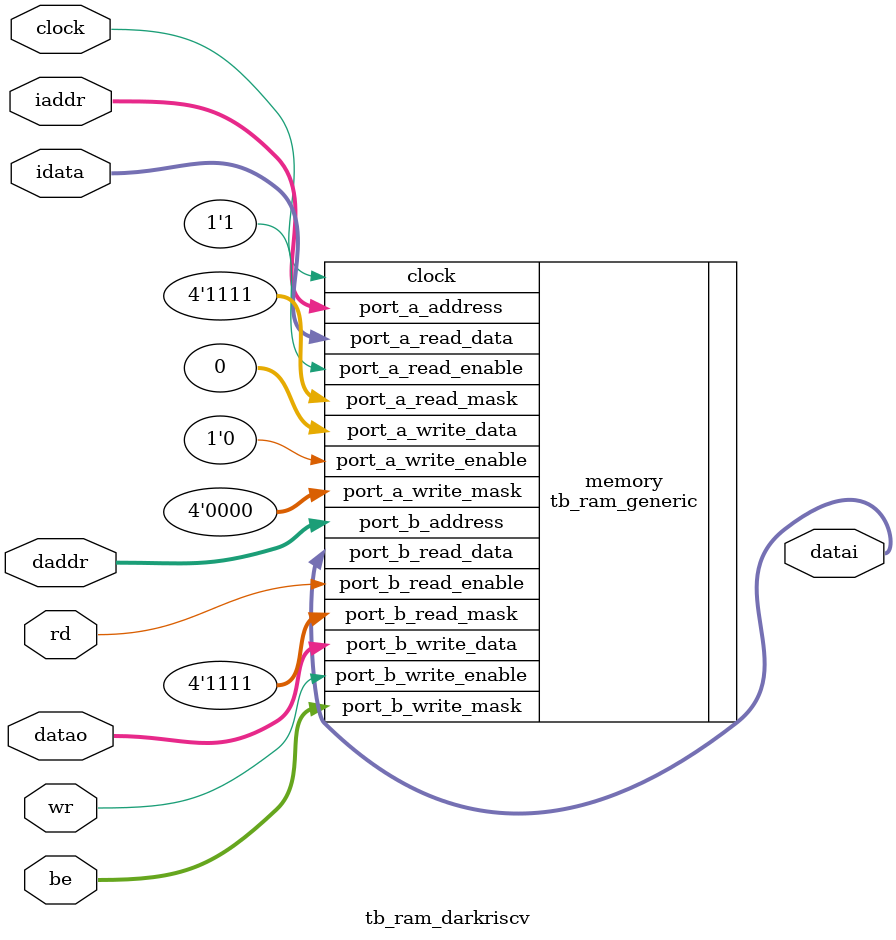
<source format=sv>
`default_nettype none

module tb_ram_darkriscv
(
	input  wire        clock,
	input  wire [31:0] iaddr, // Instruction Memory Address
	input  wire [31:0] idata, // Instruction Memory Data
	input  wire [31:0] daddr, // Data Memory Address
	input  wire        rd,    // Data Memory Read
	input  wire        wr,    // Data Memory Write
	input  wire [ 3:0] be,    // Data Memory Write Mask
	input  wire [31:0] datao, // Data Memory Write Data
	output wire [31:0] datai  // Data Memory Read Data
);

	tb_ram_generic memory (
		.clock(clock),

		.port_a_address(iaddr),
		.port_a_write_enable(1'b 0),
		.port_a_write_mask(4'b 0000),
		.port_a_write_data(32'h 00000000),
		.port_a_read_enable(1'b 1),
		.port_a_read_mask(4'b 1111),
		.port_a_read_data(idata),

		.port_b_address(daddr),
		.port_b_write_enable(wr),
		.port_b_write_mask(be),
		.port_b_write_data(datao),
		.port_b_read_enable(rd),
		.port_b_read_mask(4'b 1111),
		.port_b_read_data(datai)
	);

endmodule



</source>
